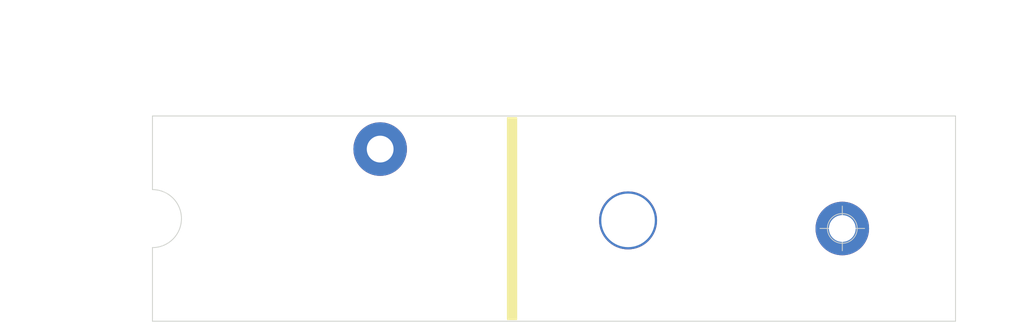
<source format=kicad_pcb>
(kicad_pcb (version 20211014) (generator pcbnew)

  (general
    (thickness 1.6)
  )

  (paper "A4")
  (layers
    (0 "F.Cu" signal)
    (31 "B.Cu" signal)
    (32 "B.Adhes" user "B.Adhesive")
    (33 "F.Adhes" user "F.Adhesive")
    (34 "B.Paste" user)
    (35 "F.Paste" user)
    (36 "B.SilkS" user "B.Silkscreen")
    (37 "F.SilkS" user "F.Silkscreen")
    (38 "B.Mask" user)
    (39 "F.Mask" user)
    (40 "Dwgs.User" user "User.Drawings")
    (41 "Cmts.User" user "User.Comments")
    (42 "Eco1.User" user "User.Eco1")
    (43 "Eco2.User" user "User.Eco2")
    (44 "Edge.Cuts" user)
    (45 "Margin" user)
    (46 "B.CrtYd" user "B.Courtyard")
    (47 "F.CrtYd" user "F.Courtyard")
    (48 "B.Fab" user)
    (49 "F.Fab" user)
    (50 "User.1" user)
    (51 "User.2" user)
    (52 "User.3" user)
    (53 "User.4" user)
    (54 "User.5" user)
    (55 "User.6" user)
    (56 "User.7" user)
    (57 "User.8" user)
    (58 "User.9" user)
  )

  (setup
    (pad_to_mask_clearance 0)
    (aux_axis_origin 100 100)
    (pcbplotparams
      (layerselection 0x00010fc_ffffffff)
      (disableapertmacros false)
      (usegerberextensions false)
      (usegerberattributes true)
      (usegerberadvancedattributes true)
      (creategerberjobfile true)
      (svguseinch false)
      (svgprecision 6)
      (excludeedgelayer true)
      (plotframeref false)
      (viasonmask false)
      (mode 1)
      (useauxorigin false)
      (hpglpennumber 1)
      (hpglpenspeed 20)
      (hpglpendiameter 15.000000)
      (dxfpolygonmode true)
      (dxfimperialunits true)
      (dxfusepcbnewfont true)
      (psnegative false)
      (psa4output false)
      (plotreference true)
      (plotvalue true)
      (plotinvisibletext false)
      (sketchpadsonfab false)
      (subtractmaskfromsilk false)
      (outputformat 1)
      (mirror false)
      (drillshape 1)
      (scaleselection 1)
      (outputdirectory "")
    )
  )

  (net 0 "")

  (gr_rect locked (start 140.8 77.2) (end 139.8 99.8) (layer "F.SilkS") (width 0.15) (fill solid) (tstamp 69979d93-0c01-4528-9a9a-541c6aa71c5d))
  (gr_line locked (start 190 100) (end 100 100) (layer "Edge.Cuts") (width 0.1) (tstamp 156366cd-bcc9-43cf-a0b7-cb384c5967cf))
  (gr_arc locked (start 100 85.25) (mid 103.25 88.5) (end 100 91.75) (layer "Edge.Cuts") (width 0.1) (tstamp 2df0cd14-2461-4544-91ca-1222f18c8358))
  (gr_line locked (start 100 100) (end 100 91.75) (layer "Edge.Cuts") (width 0.1) (tstamp 898f051f-f4aa-48cd-b462-2dd65dea1e41))
  (gr_line locked (start 100 85.25) (end 100 77) (layer "Edge.Cuts") (width 0.1) (tstamp 8a3f4849-0a71-4272-b826-f0368bdc0eca))
  (gr_line locked (start 100 77) (end 190 77) (layer "Edge.Cuts") (width 0.1) (tstamp cc1eec4d-2c55-4744-af7e-866dca972ce0))
  (gr_line locked (start 190 77) (end 190 100) (layer "Edge.Cuts") (width 0.1) (tstamp cd0c074f-9a4d-485d-8c16-1f91a83eab83))
  (dimension (type aligned) (layer "Cmts.User") (tstamp 5ecd2b4c-4cea-4266-9311-f3cd40b31c2a)
    (pts (xy 190 77) (xy 100 77))
    (height 11)
    (gr_text "90.0000 mm" (at 145 64.85) (layer "Cmts.User") (tstamp 9846af1f-42e6-4933-979a-ea0b98b9744d)
      (effects (font (size 1 1) (thickness 0.15)))
    )
    (format (units 3) (units_format 1) (precision 4))
    (style (thickness 0.15) (arrow_length 1.27) (text_position_mode 0) (extension_height 0.58642) (extension_offset 0.5) keep_text_aligned)
  )
  (dimension (type aligned) (layer "Cmts.User") (tstamp 81efbe73-508b-433a-b33d-73c4401669bf)
    (pts (xy 100 77.01) (xy 125.5 77.01))
    (height -6.2)
    (gr_text "25.5000 mm" (at 112.75 69.66) (layer "Cmts.User") (tstamp 28f858a7-f2ee-486f-8f4e-4229169a247b)
      (effects (font (size 1 1) (thickness 0.15)))
    )
    (format (units 3) (units_format 1) (precision 4))
    (style (thickness 0.15) (arrow_length 1.27) (text_position_mode 0) (extension_height 0.58642) (extension_offset 0.5) keep_text_aligned)
  )
  (dimension (type aligned) (layer "Cmts.User") (tstamp 881b2fa6-23df-4f26-bd2a-f658f72e6171)
    (pts (xy 190 93.82) (xy 177.3 93.8))
    (height 19.499881)
    (gr_text "12.7000 mm" (at 183.682519 73.160144 -0.09022949945) (layer "Cmts.User") (tstamp 3b04cd1c-8cce-4696-a47f-a6710515f4d9)
      (effects (font (size 1 1) (thickness 0.15)))
    )
    (format (units 3) (units_format 1) (precision 4))
    (style (thickness 0.15) (arrow_length 1.27) (text_position_mode 0) (extension_height 0.58642) (extension_offset 0.5) keep_text_aligned)
  )
  (dimension (type aligned) (layer "Cmts.User") (tstamp 92c58acd-e037-4495-9060-c3d347a7e070)
    (pts (xy 100 100) (xy 100 77))
    (height -11)
    (gr_text "23.0000 mm" (at 87.85 88.5 90) (layer "Cmts.User") (tstamp dbc97a91-3f9f-45d9-acc0-b85242214656)
      (effects (font (size 1 1) (thickness 0.15)))
    )
    (format (units 3) (units_format 1) (precision 4))
    (style (thickness 0.15) (arrow_length 1.27) (text_position_mode 0) (extension_height 0.58642) (extension_offset 0.5) keep_text_aligned)
  )
  (dimension (type aligned) (layer "Cmts.User") (tstamp 95d53e4c-47ba-4cba-a6e0-79b64ef0f889)
    (pts (xy 190 77) (xy 140.8 77))
    (height 6.73)
    (gr_text "49.2000 mm" (at 165.4 69.12) (layer "Cmts.User") (tstamp 82d5eba3-1839-419f-a956-1cadce8a2856)
      (effects (font (size 1 1) (thickness 0.15)))
    )
    (format (units 3) (units_format 1) (precision 4))
    (style (thickness 0.15) (arrow_length 1.27) (text_position_mode 0) (extension_height 0.58642) (extension_offset 0.5) keep_text_aligned)
  )
  (dimension (type aligned) (layer "Cmts.User") (tstamp 974d6311-604b-4d6b-962d-14b31ea4a5d4)
    (pts (xy 140.8 91.78) (xy 153.3 91.79))
    (height -8.580701)
    (gr_text "12.5000 mm" (at 147.057785 82.054302 359.9541634) (layer "Cmts.User") (tstamp 51d7bdf6-3d30-4e78-b6c2-816c606ee465)
      (effects (font (size 1 1) (thickness 0.15)))
    )
    (format (units 3) (units_format 1) (precision 4))
    (style (thickness 0.15) (arrow_length 1.27) (text_position_mode 0) (extension_height 0.58642) (extension_offset 0.5) keep_text_aligned)
  )
  (dimension (type aligned) (layer "Cmts.User") (tstamp 9cf50dd0-23b1-4dcd-8791-1fc1d54b2992)
    (pts (xy 169.6 100) (xy 169.59 89.61))
    (height 21.997477)
    (gr_text "10.3900 mm" (at 192.742466 94.782721 -89.9448549) (layer "Cmts.User") (tstamp 0c9b524d-64aa-4b8c-95c3-55efde4098d5)
      (effects (font (size 1 1) (thickness 0.15)))
    )
    (format (units 3) (units_format 1) (precision 4))
    (style (thickness 0.15) (arrow_length 1.27) (text_position_mode 0) (extension_height 0.58642) (extension_offset 0.5) keep_text_aligned)
  )
  (dimension (type aligned) (layer "Cmts.User") (tstamp f7003401-0800-4bfe-a9ca-40d0183fb7d3)
    (pts (xy 148.03 100) (xy 148 88.71))
    (height 12.026733)
    (gr_text "11.2900 mm" (at 161.191687 94.319986 -89.84775294) (layer "Cmts.User") (tstamp 9a980c1e-8204-419e-8386-4aec79c19578)
      (effects (font (size 1 1) (thickness 0.15)))
    )
    (format (units 3) (units_format 1) (precision 4))
    (style (thickness 0.15) (arrow_length 1.27) (text_position_mode 0) (extension_height 0.58642) (extension_offset 0.5) keep_text_aligned)
  )
  (target plus (at 177.31 89.6) (size 5) (width 0.1) (layer "Edge.Cuts") (tstamp 726503be-2fe0-4346-b65e-c9fecc8e7e1b))

  (via (at 177.31 89.61) (size 6) (drill 3) (layers "F.Cu" "B.Cu") (free) (net 0) (tstamp 5388d0e6-62c4-4e39-b66a-f78f3a775099))
  (via (at 153.3 88.7) (size 6.5) (drill 6) (layers "F.Cu" "B.Cu") (free) (net 0) (tstamp 58838c56-2a0f-4c5f-aa2f-e9046eadb7de))
  (via (at 125.52 80.71) (size 6) (drill 3) (layers "F.Cu" "B.Cu") (free) (net 0) (tstamp d741c1e0-e595-4b24-8635-4447f3ef147b))

  (group "" locked (id 1a09fc8c-e18c-45ca-9834-b76c549c9a47)
    (members
      156366cd-bcc9-43cf-a0b7-cb384c5967cf
      2df0cd14-2461-4544-91ca-1222f18c8358
      898f051f-f4aa-48cd-b462-2dd65dea1e41
      8a3f4849-0a71-4272-b826-f0368bdc0eca
      cc1eec4d-2c55-4744-af7e-866dca972ce0
      cd0c074f-9a4d-485d-8c16-1f91a83eab83
    )
  )
)

</source>
